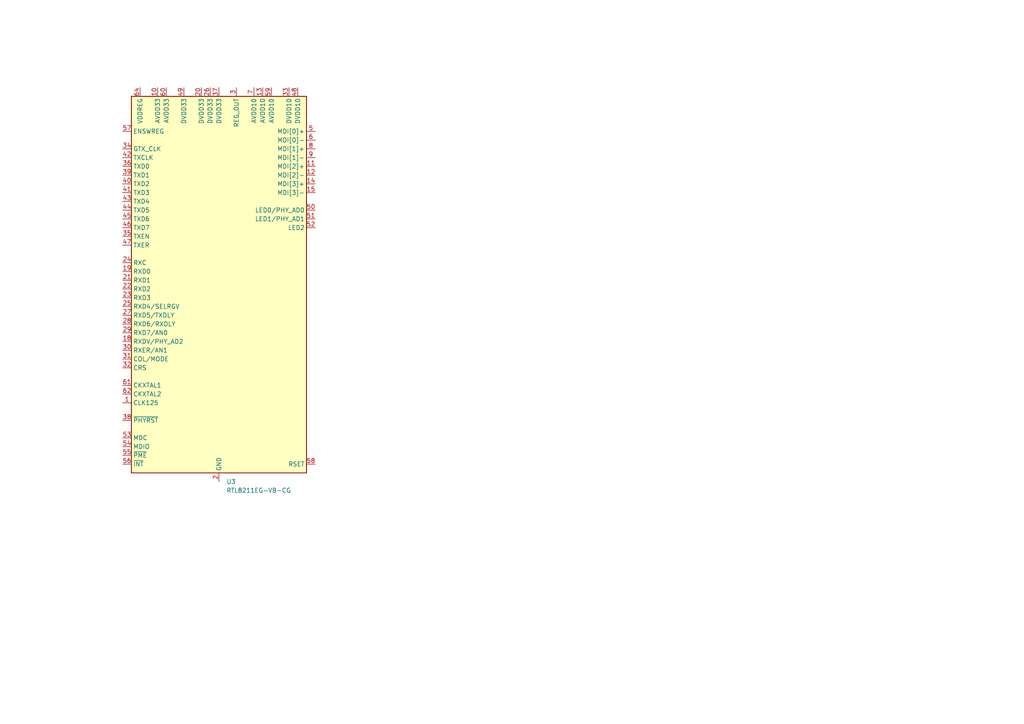
<source format=kicad_sch>
(kicad_sch (version 20250114) (generator "eeschema") (generator_version "9.0")
  (paper "A4")
  (lib_symbols
    (symbol "Interface_Ethernet:RTL8211EG-VB-CG"
      (property "Reference" "U" (at 22.86 -58.42 0))
      (property "Value" "RTL8211EG-VB-CG" (at -15.24 -58.42 0))
      (symbol "RTL8211EG-VB-CG_0_1"
        (rectangle (start -25.4 53.34) (end 25.4 -55.88) (stroke (width 0.254)) (fill (type background)))
      )
      (symbol "RTL8211EG-VB-CG_1_1"
        (pin input line (at -27.94 43.18 0) (length 2.54) (name "ENSWREG") (number "57"))
        (pin input line (at -27.94 38.1 0) (length 2.54) (name "GTX_CLK") (number "34"))
        (pin output line (at -27.94 35.56 0) (length 2.54) (name "TXCLK") (number "42"))
        (pin input line (at -27.94 33.02 0) (length 2.54) (name "TXD0") (number "36"))
        (pin input line (at -27.94 30.48 0) (length 2.54) (name "TXD1") (number "39"))
        (pin input line (at -27.94 27.94 0) (length 2.54) (name "TXD2") (number "40"))
        (pin input line (at -27.94 25.4 0) (length 2.54) (name "TXD3") (number "41"))
        (pin input line (at -27.94 22.86 0) (length 2.54) (name "TXD4") (number "43"))
        (pin input line (at -27.94 20.32 0) (length 2.54) (name "TXD5") (number "44"))
        (pin input line (at -27.94 17.78 0) (length 2.54) (name "TXD6") (number "45"))
        (pin input line (at -27.94 15.24 0) (length 2.54) (name "TXD7") (number "46"))
        (pin input line (at -27.94 12.7 0) (length 2.54) (name "TXEN") (number "35"))
        (pin input line (at -27.94 10.16 0) (length 2.54) (name "TXER") (number "47"))
        (pin output line (at -27.94 5.08 0) (length 2.54) (name "RXC") (number "24"))
        (pin output line (at -27.94 2.54 0) (length 2.54) (name "RXD0") (number "19"))
        (pin output line (at -27.94 0 0) (length 2.54) (name "RXD1") (number "21"))
        (pin output line (at -27.94 -2.54 0) (length 2.54) (name "RXD2") (number "22"))
        (pin output line (at -27.94 -5.08 0) (length 2.54) (name "RXD3") (number "23"))
        (pin bidirectional line (at -27.94 -7.62 0) (length 2.54) (name "RXD4/SELRGV") (number "25"))
        (pin bidirectional line (at -27.94 -10.16 0) (length 2.54) (name "RXD5/TXDLY") (number "27"))
        (pin bidirectional line (at -27.94 -12.7 0) (length 2.54) (name "RXD6/RXDLY") (number "28"))
        (pin bidirectional line (at -27.94 -15.24 0) (length 2.54) (name "RXD7/AN0") (number "29"))
        (pin bidirectional line (at -27.94 -17.78 0) (length 2.54) (name "RXDV/PHY_AD2") (number "18"))
        (pin bidirectional line (at -27.94 -20.32 0) (length 2.54) (name "RXER/AN1") (number "30"))
        (pin bidirectional line (at -27.94 -22.86 0) (length 2.54) (name "COL/MODE") (number "31"))
        (pin output line (at -27.94 -25.4 0) (length 2.54) (name "CRS") (number "32"))
        (pin input line (at -27.94 -30.48 0) (length 2.54) (name "CKXTAL1") (number "61"))
        (pin output line (at -27.94 -33.02 0) (length 2.54) (name "CKXTAL2") (number "62"))
        (pin output line (at -27.94 -35.56 0) (length 2.54) (name "CLK125") (number "1"))
        (pin input line (at -27.94 -40.64 0) (length 2.54) (name "~{PHYRST}") (number "38"))
        (pin input line (at -27.94 -45.72 0) (length 2.54) (name "MDC") (number "53"))
        (pin bidirectional line (at -27.94 -48.26 0) (length 2.54) (name "MDIO") (number "54"))
        (pin open_collector line (at -27.94 -50.8 0) (length 2.54) (name "~{PME}") (number "55"))
        (pin open_collector line (at -27.94 -53.34 0) (length 2.54) (name "~{INT}") (number "56"))
        (pin power_in line (at -22.86 55.88 270) (length 2.54) (name "VDDREG") (number "64"))
        (pin power_in line (at -17.78 55.88 270) (length 2.54) (name "AVDD33") (number "10"))
        (pin power_in line (at -15.24 55.88 270) (length 2.54) (name "AVDD33") (number "60"))
        (pin power_in line (at -10.16 55.88 270) (length 2.54) (name "DVDD33") (number "49"))
        (pin power_in line (at -5.08 55.88 270) (length 2.54) (name "DVDD33") (number "20"))
        (pin power_in line (at -2.54 55.88 270) (length 2.54) (name "DVDD33") (number "26"))
        (pin power_in line (at 0 55.88 270) (length 2.54) (name "DVDD33") (number "37"))
        (pin power_in line (at 0 -58.42 90) (length 2.54) (name "GND") (number "2"))
        (pin passive line (at 0 -58.42 90) (length 2.54) (hide yes) (name "GND") (number "4"))
        (pin passive line (at 0 -58.42 90) (length 2.54) (hide yes) (name "GND") (number "63"))
        (pin passive line (at 0 -58.42 90) (length 2.54) (hide yes) (name "GND") (number "65"))
        (pin power_out line (at 5.08 55.88 270) (length 2.54) (name "REG_OUT") (number "3"))
        (pin power_in line (at 10.16 55.88 270) (length 2.54) (name "AVDD10") (number "7"))
        (pin power_in line (at 12.7 55.88 270) (length 2.54) (name "AVDD10") (number "13"))
        (pin power_in line (at 15.24 55.88 270) (length 2.54) (name "AVDD10") (number "59"))
        (pin power_in line (at 20.32 55.88 270) (length 2.54) (name "DVDD10") (number "33"))
        (pin power_in line (at 22.86 55.88 270) (length 2.54) (name "DVDD10") (number "48"))
        (pin no_connect line (at 25.4 5.08 180) (length 2.54) (hide yes) (name "NC") (number "16"))
        (pin no_connect line (at 25.4 2.54 180) (length 2.54) (hide yes) (name "NC") (number "17"))
        (pin bidirectional line (at 27.94 43.18 180) (length 2.54) (name "MDI[0]+") (number "5"))
        (pin bidirectional line (at 27.94 40.64 180) (length 2.54) (name "MDI[0]-") (number "6"))
        (pin bidirectional line (at 27.94 38.1 180) (length 2.54) (name "MDI[1]+") (number "8"))
        (pin bidirectional line (at 27.94 35.56 180) (length 2.54) (name "MDI[1]-") (number "9"))
        (pin bidirectional line (at 27.94 33.02 180) (length 2.54) (name "MDI[2]+") (number "11"))
        (pin bidirectional line (at 27.94 30.48 180) (length 2.54) (name "MDI[2]-") (number "12"))
        (pin bidirectional line (at 27.94 27.94 180) (length 2.54) (name "MDI[3]+") (number "14"))
        (pin bidirectional line (at 27.94 25.4 180) (length 2.54) (name "MDI[3]-") (number "15"))
        (pin bidirectional line (at 27.94 20.32 180) (length 2.54) (name "LED0/PHY_AD0") (number "50"))
        (pin bidirectional line (at 27.94 17.78 180) (length 2.54) (name "LED1/PHY_AD1") (number "51"))
        (pin bidirectional line (at 27.94 15.24 180) (length 2.54) (name "LED2") (number "52"))
        (pin passive line (at 27.94 -53.34 180) (length 2.54) (name "RSET") (number "58"))
      )
    )
  )
  (symbol (lib_id "Interface_Ethernet:RTL8211EG-VB-CG") (at 63.5 81.28 0) (unit 1)
    (property "Reference" "U3" (at 65.6433 139.7 0) (effects (justify left)))
    (property "Value" "RTL8211EG-VB-CG" (at 65.6433 142.24 0) (effects (justify left)))
    (property "Footprint" "Package_DFN_QFN:QFN-64-1EP_9x9mm_P0.5mm_EP3.8x3.8mm" (effects (hide yes)))
    (property "Datasheet" "https://datasheet.lcsc.com/szlcsc/Realtek-Semicon-RTL8211EG-VB-CG_C69264.pdf" (effects (hide yes)))
    (property "Description" "10/100/1000Mbps Ethernet Transceiver with RGMII/GMII/MII/RMII Interface, QFN-64" (effects (hide yes)))
  )
)
</source>
